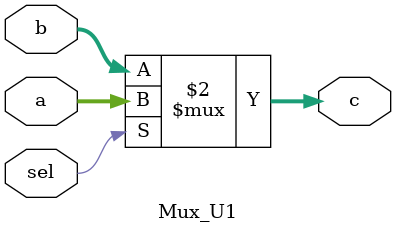
<source format=v>
module Mux_U1(
    input [31:0] a,
    input [31:0] b,
    input sel, // đấu với dây lui
    output [31:0] c
);
    assign c = (sel == 1'b1) ? a : b; // a phải được đấu với ZERO
endmodule

</source>
